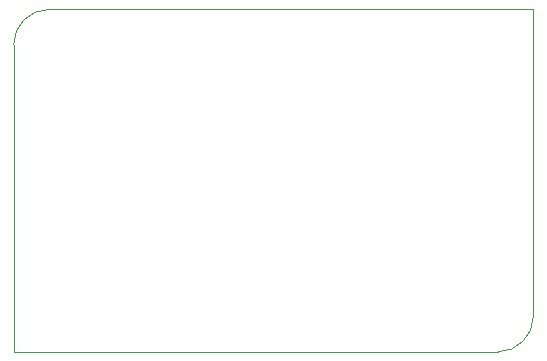
<source format=gbr>
%TF.GenerationSoftware,KiCad,Pcbnew,(6.0.5-0)*%
%TF.CreationDate,2022-09-30T17:34:08+08:00*%
%TF.ProjectId,breakout,62726561-6b6f-4757-942e-6b696361645f,rev?*%
%TF.SameCoordinates,Original*%
%TF.FileFunction,Profile,NP*%
%FSLAX46Y46*%
G04 Gerber Fmt 4.6, Leading zero omitted, Abs format (unit mm)*
G04 Created by KiCad (PCBNEW (6.0.5-0)) date 2022-09-30 17:34:08*
%MOMM*%
%LPD*%
G01*
G04 APERTURE LIST*
%TA.AperFunction,Profile*%
%ADD10C,0.100000*%
%TD*%
G04 APERTURE END LIST*
D10*
X-14000000Y-14000000D02*
X-14000000Y12000000D01*
X27000000Y-14000000D02*
G75*
G03*
X30000000Y-11000000I0J3000000D01*
G01*
X27000000Y-14000000D02*
X-14000000Y-14000000D01*
X-11000000Y15000000D02*
G75*
G03*
X-14000000Y12000000I1J-3000001D01*
G01*
X30000000Y15000000D02*
X30000000Y-11000000D01*
X-11000000Y15000000D02*
X30000000Y15000000D01*
M02*

</source>
